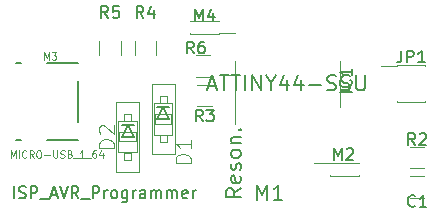
<source format=gbr>
G04 #@! TF.GenerationSoftware,KiCad,Pcbnew,(5.1.4-0-10_14)*
G04 #@! TF.CreationDate,2020-11-07T12:11:02-05:00*
G04 #@! TF.ProjectId,FabISP,46616249-5350-42e6-9b69-6361645f7063,rev?*
G04 #@! TF.SameCoordinates,Original*
G04 #@! TF.FileFunction,Legend,Top*
G04 #@! TF.FilePolarity,Positive*
%FSLAX46Y46*%
G04 Gerber Fmt 4.6, Leading zero omitted, Abs format (unit mm)*
G04 Created by KiCad (PCBNEW (5.1.4-0-10_14)) date 2020-11-07 12:11:02*
%MOMM*%
%LPD*%
G04 APERTURE LIST*
%ADD10C,0.150000*%
%ADD11C,0.203200*%
%ADD12C,0.101600*%
%ADD13C,0.050800*%
%ADD14C,0.066040*%
%ADD15C,0.120000*%
%ADD16C,0.127000*%
G04 APERTURE END LIST*
D10*
X126357142Y-104952380D02*
X126357142Y-103952380D01*
X126785714Y-104904761D02*
X126928571Y-104952380D01*
X127166666Y-104952380D01*
X127261904Y-104904761D01*
X127309523Y-104857142D01*
X127357142Y-104761904D01*
X127357142Y-104666666D01*
X127309523Y-104571428D01*
X127261904Y-104523809D01*
X127166666Y-104476190D01*
X126976190Y-104428571D01*
X126880952Y-104380952D01*
X126833333Y-104333333D01*
X126785714Y-104238095D01*
X126785714Y-104142857D01*
X126833333Y-104047619D01*
X126880952Y-104000000D01*
X126976190Y-103952380D01*
X127214285Y-103952380D01*
X127357142Y-104000000D01*
X127785714Y-104952380D02*
X127785714Y-103952380D01*
X128166666Y-103952380D01*
X128261904Y-104000000D01*
X128309523Y-104047619D01*
X128357142Y-104142857D01*
X128357142Y-104285714D01*
X128309523Y-104380952D01*
X128261904Y-104428571D01*
X128166666Y-104476190D01*
X127785714Y-104476190D01*
X128547619Y-105047619D02*
X129309523Y-105047619D01*
X129500000Y-104666666D02*
X129976190Y-104666666D01*
X129404761Y-104952380D02*
X129738095Y-103952380D01*
X130071428Y-104952380D01*
X130261904Y-103952380D02*
X130595238Y-104952380D01*
X130928571Y-103952380D01*
X131833333Y-104952380D02*
X131500000Y-104476190D01*
X131261904Y-104952380D02*
X131261904Y-103952380D01*
X131642857Y-103952380D01*
X131738095Y-104000000D01*
X131785714Y-104047619D01*
X131833333Y-104142857D01*
X131833333Y-104285714D01*
X131785714Y-104380952D01*
X131738095Y-104428571D01*
X131642857Y-104476190D01*
X131261904Y-104476190D01*
X132023809Y-105047619D02*
X132785714Y-105047619D01*
X133023809Y-104952380D02*
X133023809Y-103952380D01*
X133404761Y-103952380D01*
X133500000Y-104000000D01*
X133547619Y-104047619D01*
X133595238Y-104142857D01*
X133595238Y-104285714D01*
X133547619Y-104380952D01*
X133500000Y-104428571D01*
X133404761Y-104476190D01*
X133023809Y-104476190D01*
X134023809Y-104952380D02*
X134023809Y-104285714D01*
X134023809Y-104476190D02*
X134071428Y-104380952D01*
X134119047Y-104333333D01*
X134214285Y-104285714D01*
X134309523Y-104285714D01*
X134785714Y-104952380D02*
X134690476Y-104904761D01*
X134642857Y-104857142D01*
X134595238Y-104761904D01*
X134595238Y-104476190D01*
X134642857Y-104380952D01*
X134690476Y-104333333D01*
X134785714Y-104285714D01*
X134928571Y-104285714D01*
X135023809Y-104333333D01*
X135071428Y-104380952D01*
X135119047Y-104476190D01*
X135119047Y-104761904D01*
X135071428Y-104857142D01*
X135023809Y-104904761D01*
X134928571Y-104952380D01*
X134785714Y-104952380D01*
X135976190Y-104285714D02*
X135976190Y-105095238D01*
X135928571Y-105190476D01*
X135880952Y-105238095D01*
X135785714Y-105285714D01*
X135642857Y-105285714D01*
X135547619Y-105238095D01*
X135976190Y-104904761D02*
X135880952Y-104952380D01*
X135690476Y-104952380D01*
X135595238Y-104904761D01*
X135547619Y-104857142D01*
X135500000Y-104761904D01*
X135500000Y-104476190D01*
X135547619Y-104380952D01*
X135595238Y-104333333D01*
X135690476Y-104285714D01*
X135880952Y-104285714D01*
X135976190Y-104333333D01*
X136452380Y-104952380D02*
X136452380Y-104285714D01*
X136452380Y-104476190D02*
X136500000Y-104380952D01*
X136547619Y-104333333D01*
X136642857Y-104285714D01*
X136738095Y-104285714D01*
X137500000Y-104952380D02*
X137500000Y-104428571D01*
X137452380Y-104333333D01*
X137357142Y-104285714D01*
X137166666Y-104285714D01*
X137071428Y-104333333D01*
X137500000Y-104904761D02*
X137404761Y-104952380D01*
X137166666Y-104952380D01*
X137071428Y-104904761D01*
X137023809Y-104809523D01*
X137023809Y-104714285D01*
X137071428Y-104619047D01*
X137166666Y-104571428D01*
X137404761Y-104571428D01*
X137500000Y-104523809D01*
X137976190Y-104952380D02*
X137976190Y-104285714D01*
X137976190Y-104380952D02*
X138023809Y-104333333D01*
X138119047Y-104285714D01*
X138261904Y-104285714D01*
X138357142Y-104333333D01*
X138404761Y-104428571D01*
X138404761Y-104952380D01*
X138404761Y-104428571D02*
X138452380Y-104333333D01*
X138547619Y-104285714D01*
X138690476Y-104285714D01*
X138785714Y-104333333D01*
X138833333Y-104428571D01*
X138833333Y-104952380D01*
X139309523Y-104952380D02*
X139309523Y-104285714D01*
X139309523Y-104380952D02*
X139357142Y-104333333D01*
X139452380Y-104285714D01*
X139595238Y-104285714D01*
X139690476Y-104333333D01*
X139738095Y-104428571D01*
X139738095Y-104952380D01*
X139738095Y-104428571D02*
X139785714Y-104333333D01*
X139880952Y-104285714D01*
X140023809Y-104285714D01*
X140119047Y-104333333D01*
X140166666Y-104428571D01*
X140166666Y-104952380D01*
X141023809Y-104904761D02*
X140928571Y-104952380D01*
X140738095Y-104952380D01*
X140642857Y-104904761D01*
X140595238Y-104809523D01*
X140595238Y-104428571D01*
X140642857Y-104333333D01*
X140738095Y-104285714D01*
X140928571Y-104285714D01*
X141023809Y-104333333D01*
X141071428Y-104428571D01*
X141071428Y-104523809D01*
X140595238Y-104619047D01*
X141500000Y-104952380D02*
X141500000Y-104285714D01*
X141500000Y-104476190D02*
X141547619Y-104380952D01*
X141595238Y-104333333D01*
X141690476Y-104285714D01*
X141785714Y-104285714D01*
D11*
X136000000Y-98751780D02*
X135502160Y-98751780D01*
X136497840Y-98751780D02*
X136000000Y-98751780D01*
X135502160Y-99750000D02*
X136000000Y-98751780D01*
X136497840Y-99750000D02*
X135502160Y-99750000D01*
X136000000Y-98751780D02*
X136497840Y-99750000D01*
D12*
X135215140Y-101070800D02*
X136784860Y-101070800D01*
X135215140Y-98429200D02*
X136784860Y-98429200D01*
X135215140Y-98429200D02*
X135215140Y-101070800D01*
X136784860Y-98429200D02*
X136784860Y-101070800D01*
D13*
X136982980Y-102721800D02*
X135017020Y-102721800D01*
X135017020Y-96778200D02*
X136982980Y-96778200D01*
X135017020Y-102721800D02*
X135017020Y-96778200D01*
X136982980Y-96778200D02*
X136982980Y-102721800D01*
D14*
X135301500Y-99351220D02*
X136698500Y-99351220D01*
X136698500Y-99351220D02*
X136698500Y-100148780D01*
X135301500Y-100148780D02*
X136698500Y-100148780D01*
X135301500Y-99351220D02*
X135301500Y-100148780D01*
X135695200Y-101121600D02*
X136304800Y-101121600D01*
X136304800Y-101121600D02*
X136304800Y-101705800D01*
X135695200Y-101705800D02*
X136304800Y-101705800D01*
X135695200Y-101121600D02*
X135695200Y-101705800D01*
X135695200Y-97794200D02*
X136304800Y-97794200D01*
X136304800Y-97794200D02*
X136304800Y-98378400D01*
X135695200Y-98378400D02*
X136304800Y-98378400D01*
X135695200Y-97794200D02*
X135695200Y-98378400D01*
D11*
X139000000Y-97251780D02*
X138502160Y-97251780D01*
X139497840Y-97251780D02*
X139000000Y-97251780D01*
X138502160Y-98250000D02*
X139000000Y-97251780D01*
X139497840Y-98250000D02*
X138502160Y-98250000D01*
X139000000Y-97251780D02*
X139497840Y-98250000D01*
D12*
X138215140Y-99570800D02*
X139784860Y-99570800D01*
X138215140Y-96929200D02*
X139784860Y-96929200D01*
X138215140Y-96929200D02*
X138215140Y-99570800D01*
X139784860Y-96929200D02*
X139784860Y-99570800D01*
D13*
X139982980Y-101221800D02*
X138017020Y-101221800D01*
X138017020Y-95278200D02*
X139982980Y-95278200D01*
X138017020Y-101221800D02*
X138017020Y-95278200D01*
X139982980Y-95278200D02*
X139982980Y-101221800D01*
D14*
X138301500Y-97851220D02*
X139698500Y-97851220D01*
X139698500Y-97851220D02*
X139698500Y-98648780D01*
X138301500Y-98648780D02*
X139698500Y-98648780D01*
X138301500Y-97851220D02*
X138301500Y-98648780D01*
X138695200Y-99621600D02*
X139304800Y-99621600D01*
X139304800Y-99621600D02*
X139304800Y-100205800D01*
X138695200Y-100205800D02*
X139304800Y-100205800D01*
X138695200Y-99621600D02*
X138695200Y-100205800D01*
X138695200Y-96294200D02*
X139304800Y-96294200D01*
X139304800Y-96294200D02*
X139304800Y-96878400D01*
X138695200Y-96878400D02*
X139304800Y-96878400D01*
X138695200Y-96294200D02*
X138695200Y-96878400D01*
D15*
X153935000Y-95250000D02*
X153935000Y-93300000D01*
X153935000Y-95250000D02*
X153935000Y-97200000D01*
X145065000Y-95250000D02*
X145065000Y-93300000D01*
X145065000Y-95250000D02*
X145065000Y-98700000D01*
D16*
X131760341Y-93501340D02*
X129161921Y-93501340D01*
X131760341Y-99998660D02*
X129161921Y-99998660D01*
X131760341Y-95002480D02*
X131760341Y-98497520D01*
X126962281Y-93501340D02*
X126563501Y-93501340D01*
X126563501Y-99998660D02*
X126962281Y-99998660D01*
D15*
X161102064Y-104910000D02*
X159897936Y-104910000D01*
X161102064Y-103090000D02*
X159897936Y-103090000D01*
X158790000Y-93690000D02*
X161210000Y-93690000D01*
X158790000Y-96810000D02*
X161210000Y-96810000D01*
X157410000Y-93740000D02*
X158790000Y-93740000D01*
X158790000Y-93690000D02*
X158790000Y-93740000D01*
X161210000Y-93690000D02*
X161210000Y-93740000D01*
X158790000Y-96760000D02*
X158790000Y-96810000D01*
X161210000Y-96760000D02*
X161210000Y-96810000D01*
X153140000Y-101940000D02*
X155560000Y-101940000D01*
X153140000Y-103060000D02*
X155560000Y-103060000D01*
X151760000Y-101990000D02*
X153140000Y-101990000D01*
X153140000Y-101940000D02*
X153140000Y-101990000D01*
X155560000Y-101940000D02*
X155560000Y-101990000D01*
X153140000Y-103010000D02*
X153140000Y-103060000D01*
X155560000Y-103010000D02*
X155560000Y-103060000D01*
X161102064Y-102410000D02*
X159897936Y-102410000D01*
X161102064Y-100590000D02*
X159897936Y-100590000D01*
X141897936Y-95340000D02*
X143102064Y-95340000D01*
X141897936Y-97160000D02*
X143102064Y-97160000D01*
X135410000Y-91647936D02*
X135410000Y-92852064D01*
X133590000Y-91647936D02*
X133590000Y-92852064D01*
X138410000Y-92852064D02*
X138410000Y-91647936D01*
X136590000Y-92852064D02*
X136590000Y-91647936D01*
X141797936Y-94660000D02*
X143002064Y-94660000D01*
X141797936Y-92840000D02*
X143002064Y-92840000D01*
X143710000Y-91060000D02*
X141290000Y-91060000D01*
X143710000Y-89940000D02*
X141290000Y-89940000D01*
X145090000Y-91010000D02*
X143710000Y-91010000D01*
X143710000Y-91060000D02*
X143710000Y-91010000D01*
X141290000Y-91060000D02*
X141290000Y-91010000D01*
X143710000Y-89990000D02*
X143710000Y-89940000D01*
X141290000Y-89990000D02*
X141290000Y-89940000D01*
D12*
X134824523Y-100687380D02*
X133554523Y-100687380D01*
X133554523Y-100385000D01*
X133615000Y-100203571D01*
X133735952Y-100082619D01*
X133856904Y-100022142D01*
X134098809Y-99961666D01*
X134280238Y-99961666D01*
X134522142Y-100022142D01*
X134643095Y-100082619D01*
X134764047Y-100203571D01*
X134824523Y-100385000D01*
X134824523Y-100687380D01*
X133675476Y-99477857D02*
X133615000Y-99417380D01*
X133554523Y-99296428D01*
X133554523Y-98994047D01*
X133615000Y-98873095D01*
X133675476Y-98812619D01*
X133796428Y-98752142D01*
X133917380Y-98752142D01*
X134098809Y-98812619D01*
X134824523Y-99538333D01*
X134824523Y-98752142D01*
X141324523Y-101937380D02*
X140054523Y-101937380D01*
X140054523Y-101635000D01*
X140115000Y-101453571D01*
X140235952Y-101332619D01*
X140356904Y-101272142D01*
X140598809Y-101211666D01*
X140780238Y-101211666D01*
X141022142Y-101272142D01*
X141143095Y-101332619D01*
X141264047Y-101453571D01*
X141324523Y-101635000D01*
X141324523Y-101937380D01*
X141324523Y-100002142D02*
X141324523Y-100727857D01*
X141324523Y-100365000D02*
X140054523Y-100365000D01*
X140235952Y-100485952D01*
X140356904Y-100606904D01*
X140417380Y-100727857D01*
D10*
X154952380Y-95976190D02*
X153952380Y-95976190D01*
X154857142Y-94928571D02*
X154904761Y-94976190D01*
X154952380Y-95119047D01*
X154952380Y-95214285D01*
X154904761Y-95357142D01*
X154809523Y-95452380D01*
X154714285Y-95500000D01*
X154523809Y-95547619D01*
X154380952Y-95547619D01*
X154190476Y-95500000D01*
X154095238Y-95452380D01*
X154000000Y-95357142D01*
X153952380Y-95214285D01*
X153952380Y-95119047D01*
X154000000Y-94976190D01*
X154047619Y-94928571D01*
X154952380Y-93976190D02*
X154952380Y-94547619D01*
X154952380Y-94261904D02*
X153952380Y-94261904D01*
X154095238Y-94357142D01*
X154190476Y-94452380D01*
X154238095Y-94547619D01*
X142847619Y-95461666D02*
X143452380Y-95461666D01*
X142726666Y-95824523D02*
X143150000Y-94554523D01*
X143573333Y-95824523D01*
X143815238Y-94554523D02*
X144540952Y-94554523D01*
X144178095Y-95824523D02*
X144178095Y-94554523D01*
X144782857Y-94554523D02*
X145508571Y-94554523D01*
X145145714Y-95824523D02*
X145145714Y-94554523D01*
X145931904Y-95824523D02*
X145931904Y-94554523D01*
X146536666Y-95824523D02*
X146536666Y-94554523D01*
X147262380Y-95824523D01*
X147262380Y-94554523D01*
X148109047Y-95219761D02*
X148109047Y-95824523D01*
X147685714Y-94554523D02*
X148109047Y-95219761D01*
X148532380Y-94554523D01*
X149500000Y-94977857D02*
X149500000Y-95824523D01*
X149197619Y-94494047D02*
X148895238Y-95401190D01*
X149681428Y-95401190D01*
X150709523Y-94977857D02*
X150709523Y-95824523D01*
X150407142Y-94494047D02*
X150104761Y-95401190D01*
X150890952Y-95401190D01*
X151374761Y-95340714D02*
X152342380Y-95340714D01*
X152886666Y-95764047D02*
X153068095Y-95824523D01*
X153370476Y-95824523D01*
X153491428Y-95764047D01*
X153551904Y-95703571D01*
X153612380Y-95582619D01*
X153612380Y-95461666D01*
X153551904Y-95340714D01*
X153491428Y-95280238D01*
X153370476Y-95219761D01*
X153128571Y-95159285D01*
X153007619Y-95098809D01*
X152947142Y-95038333D01*
X152886666Y-94917380D01*
X152886666Y-94796428D01*
X152947142Y-94675476D01*
X153007619Y-94615000D01*
X153128571Y-94554523D01*
X153430952Y-94554523D01*
X153612380Y-94615000D01*
X154096190Y-95764047D02*
X154277619Y-95824523D01*
X154580000Y-95824523D01*
X154700952Y-95764047D01*
X154761428Y-95703571D01*
X154821904Y-95582619D01*
X154821904Y-95461666D01*
X154761428Y-95340714D01*
X154700952Y-95280238D01*
X154580000Y-95219761D01*
X154338095Y-95159285D01*
X154217142Y-95098809D01*
X154156666Y-95038333D01*
X154096190Y-94917380D01*
X154096190Y-94796428D01*
X154156666Y-94675476D01*
X154217142Y-94615000D01*
X154338095Y-94554523D01*
X154640476Y-94554523D01*
X154821904Y-94615000D01*
X155366190Y-94554523D02*
X155366190Y-95582619D01*
X155426666Y-95703571D01*
X155487142Y-95764047D01*
X155608095Y-95824523D01*
X155850000Y-95824523D01*
X155970952Y-95764047D01*
X156031428Y-95703571D01*
X156091904Y-95582619D01*
X156091904Y-94554523D01*
X146971904Y-105074523D02*
X146971904Y-103804523D01*
X147395238Y-104711666D01*
X147818571Y-103804523D01*
X147818571Y-105074523D01*
X149088571Y-105074523D02*
X148362857Y-105074523D01*
X148725714Y-105074523D02*
X148725714Y-103804523D01*
X148604761Y-103985952D01*
X148483809Y-104106904D01*
X148362857Y-104167380D01*
X145574523Y-104116666D02*
X144969761Y-104540000D01*
X145574523Y-104842380D02*
X144304523Y-104842380D01*
X144304523Y-104358571D01*
X144365000Y-104237619D01*
X144425476Y-104177142D01*
X144546428Y-104116666D01*
X144727857Y-104116666D01*
X144848809Y-104177142D01*
X144909285Y-104237619D01*
X144969761Y-104358571D01*
X144969761Y-104842380D01*
X145514047Y-103088571D02*
X145574523Y-103209523D01*
X145574523Y-103451428D01*
X145514047Y-103572380D01*
X145393095Y-103632857D01*
X144909285Y-103632857D01*
X144788333Y-103572380D01*
X144727857Y-103451428D01*
X144727857Y-103209523D01*
X144788333Y-103088571D01*
X144909285Y-103028095D01*
X145030238Y-103028095D01*
X145151190Y-103632857D01*
X145514047Y-102544285D02*
X145574523Y-102423333D01*
X145574523Y-102181428D01*
X145514047Y-102060476D01*
X145393095Y-102000000D01*
X145332619Y-102000000D01*
X145211666Y-102060476D01*
X145151190Y-102181428D01*
X145151190Y-102362857D01*
X145090714Y-102483809D01*
X144969761Y-102544285D01*
X144909285Y-102544285D01*
X144788333Y-102483809D01*
X144727857Y-102362857D01*
X144727857Y-102181428D01*
X144788333Y-102060476D01*
X145574523Y-101274285D02*
X145514047Y-101395238D01*
X145453571Y-101455714D01*
X145332619Y-101516190D01*
X144969761Y-101516190D01*
X144848809Y-101455714D01*
X144788333Y-101395238D01*
X144727857Y-101274285D01*
X144727857Y-101092857D01*
X144788333Y-100971904D01*
X144848809Y-100911428D01*
X144969761Y-100850952D01*
X145332619Y-100850952D01*
X145453571Y-100911428D01*
X145514047Y-100971904D01*
X145574523Y-101092857D01*
X145574523Y-101274285D01*
X144727857Y-100306666D02*
X145574523Y-100306666D01*
X144848809Y-100306666D02*
X144788333Y-100246190D01*
X144727857Y-100125238D01*
X144727857Y-99943809D01*
X144788333Y-99822857D01*
X144909285Y-99762380D01*
X145574523Y-99762380D01*
X145453571Y-99157619D02*
X145514047Y-99097142D01*
X145574523Y-99157619D01*
X145514047Y-99218095D01*
X145453571Y-99157619D01*
X145574523Y-99157619D01*
D13*
X128922435Y-93228471D02*
X128922435Y-92618871D01*
X129125635Y-93054300D01*
X129328835Y-92618871D01*
X129328835Y-93228471D01*
X129561063Y-92618871D02*
X129938435Y-92618871D01*
X129735235Y-92851100D01*
X129822321Y-92851100D01*
X129880378Y-92880128D01*
X129909406Y-92909157D01*
X129938435Y-92967214D01*
X129938435Y-93112357D01*
X129909406Y-93170414D01*
X129880378Y-93199442D01*
X129822321Y-93228471D01*
X129648149Y-93228471D01*
X129590092Y-93199442D01*
X129561063Y-93170414D01*
X126095657Y-101525771D02*
X126095657Y-100916171D01*
X126298857Y-101351600D01*
X126502057Y-100916171D01*
X126502057Y-101525771D01*
X126792342Y-101525771D02*
X126792342Y-100916171D01*
X127430971Y-101467714D02*
X127401942Y-101496742D01*
X127314857Y-101525771D01*
X127256800Y-101525771D01*
X127169714Y-101496742D01*
X127111657Y-101438685D01*
X127082628Y-101380628D01*
X127053600Y-101264514D01*
X127053600Y-101177428D01*
X127082628Y-101061314D01*
X127111657Y-101003257D01*
X127169714Y-100945200D01*
X127256800Y-100916171D01*
X127314857Y-100916171D01*
X127401942Y-100945200D01*
X127430971Y-100974228D01*
X128040571Y-101525771D02*
X127837371Y-101235485D01*
X127692228Y-101525771D02*
X127692228Y-100916171D01*
X127924457Y-100916171D01*
X127982514Y-100945200D01*
X128011542Y-100974228D01*
X128040571Y-101032285D01*
X128040571Y-101119371D01*
X128011542Y-101177428D01*
X127982514Y-101206457D01*
X127924457Y-101235485D01*
X127692228Y-101235485D01*
X128417942Y-100916171D02*
X128534057Y-100916171D01*
X128592114Y-100945200D01*
X128650171Y-101003257D01*
X128679200Y-101119371D01*
X128679200Y-101322571D01*
X128650171Y-101438685D01*
X128592114Y-101496742D01*
X128534057Y-101525771D01*
X128417942Y-101525771D01*
X128359885Y-101496742D01*
X128301828Y-101438685D01*
X128272800Y-101322571D01*
X128272800Y-101119371D01*
X128301828Y-101003257D01*
X128359885Y-100945200D01*
X128417942Y-100916171D01*
X128940457Y-101293542D02*
X129404914Y-101293542D01*
X129695200Y-100916171D02*
X129695200Y-101409657D01*
X129724228Y-101467714D01*
X129753257Y-101496742D01*
X129811314Y-101525771D01*
X129927428Y-101525771D01*
X129985485Y-101496742D01*
X130014514Y-101467714D01*
X130043542Y-101409657D01*
X130043542Y-100916171D01*
X130304800Y-101496742D02*
X130391885Y-101525771D01*
X130537028Y-101525771D01*
X130595085Y-101496742D01*
X130624114Y-101467714D01*
X130653142Y-101409657D01*
X130653142Y-101351600D01*
X130624114Y-101293542D01*
X130595085Y-101264514D01*
X130537028Y-101235485D01*
X130420914Y-101206457D01*
X130362857Y-101177428D01*
X130333828Y-101148400D01*
X130304800Y-101090342D01*
X130304800Y-101032285D01*
X130333828Y-100974228D01*
X130362857Y-100945200D01*
X130420914Y-100916171D01*
X130566057Y-100916171D01*
X130653142Y-100945200D01*
X131117600Y-101206457D02*
X131204685Y-101235485D01*
X131233714Y-101264514D01*
X131262742Y-101322571D01*
X131262742Y-101409657D01*
X131233714Y-101467714D01*
X131204685Y-101496742D01*
X131146628Y-101525771D01*
X130914400Y-101525771D01*
X130914400Y-100916171D01*
X131117600Y-100916171D01*
X131175657Y-100945200D01*
X131204685Y-100974228D01*
X131233714Y-101032285D01*
X131233714Y-101090342D01*
X131204685Y-101148400D01*
X131175657Y-101177428D01*
X131117600Y-101206457D01*
X130914400Y-101206457D01*
X131378857Y-101583828D02*
X131843314Y-101583828D01*
X132307771Y-101525771D02*
X131959428Y-101525771D01*
X132133600Y-101525771D02*
X132133600Y-100916171D01*
X132075542Y-101003257D01*
X132017485Y-101061314D01*
X131959428Y-101090342D01*
X132423885Y-101583828D02*
X132888342Y-101583828D01*
X133294742Y-100916171D02*
X133178628Y-100916171D01*
X133120571Y-100945200D01*
X133091542Y-100974228D01*
X133033485Y-101061314D01*
X133004457Y-101177428D01*
X133004457Y-101409657D01*
X133033485Y-101467714D01*
X133062514Y-101496742D01*
X133120571Y-101525771D01*
X133236685Y-101525771D01*
X133294742Y-101496742D01*
X133323771Y-101467714D01*
X133352800Y-101409657D01*
X133352800Y-101264514D01*
X133323771Y-101206457D01*
X133294742Y-101177428D01*
X133236685Y-101148400D01*
X133120571Y-101148400D01*
X133062514Y-101177428D01*
X133033485Y-101206457D01*
X133004457Y-101264514D01*
X133875314Y-101119371D02*
X133875314Y-101525771D01*
X133730171Y-100887142D02*
X133585028Y-101322571D01*
X133962400Y-101322571D01*
D10*
X160333333Y-105607142D02*
X160285714Y-105654761D01*
X160142857Y-105702380D01*
X160047619Y-105702380D01*
X159904761Y-105654761D01*
X159809523Y-105559523D01*
X159761904Y-105464285D01*
X159714285Y-105273809D01*
X159714285Y-105130952D01*
X159761904Y-104940476D01*
X159809523Y-104845238D01*
X159904761Y-104750000D01*
X160047619Y-104702380D01*
X160142857Y-104702380D01*
X160285714Y-104750000D01*
X160333333Y-104797619D01*
X161285714Y-105702380D02*
X160714285Y-105702380D01*
X161000000Y-105702380D02*
X161000000Y-104702380D01*
X160904761Y-104845238D01*
X160809523Y-104940476D01*
X160714285Y-104988095D01*
X159166666Y-92452380D02*
X159166666Y-93166666D01*
X159119047Y-93309523D01*
X159023809Y-93404761D01*
X158880952Y-93452380D01*
X158785714Y-93452380D01*
X159642857Y-93452380D02*
X159642857Y-92452380D01*
X160023809Y-92452380D01*
X160119047Y-92500000D01*
X160166666Y-92547619D01*
X160214285Y-92642857D01*
X160214285Y-92785714D01*
X160166666Y-92880952D01*
X160119047Y-92928571D01*
X160023809Y-92976190D01*
X159642857Y-92976190D01*
X161166666Y-93452380D02*
X160595238Y-93452380D01*
X160880952Y-93452380D02*
X160880952Y-92452380D01*
X160785714Y-92595238D01*
X160690476Y-92690476D01*
X160595238Y-92738095D01*
X153440476Y-101702380D02*
X153440476Y-100702380D01*
X153773809Y-101416666D01*
X154107142Y-100702380D01*
X154107142Y-101702380D01*
X154535714Y-100797619D02*
X154583333Y-100750000D01*
X154678571Y-100702380D01*
X154916666Y-100702380D01*
X155011904Y-100750000D01*
X155059523Y-100797619D01*
X155107142Y-100892857D01*
X155107142Y-100988095D01*
X155059523Y-101130952D01*
X154488095Y-101702380D01*
X155107142Y-101702380D01*
X160333333Y-100452380D02*
X160000000Y-99976190D01*
X159761904Y-100452380D02*
X159761904Y-99452380D01*
X160142857Y-99452380D01*
X160238095Y-99500000D01*
X160285714Y-99547619D01*
X160333333Y-99642857D01*
X160333333Y-99785714D01*
X160285714Y-99880952D01*
X160238095Y-99928571D01*
X160142857Y-99976190D01*
X159761904Y-99976190D01*
X160714285Y-99547619D02*
X160761904Y-99500000D01*
X160857142Y-99452380D01*
X161095238Y-99452380D01*
X161190476Y-99500000D01*
X161238095Y-99547619D01*
X161285714Y-99642857D01*
X161285714Y-99738095D01*
X161238095Y-99880952D01*
X160666666Y-100452380D01*
X161285714Y-100452380D01*
X142333333Y-98452380D02*
X142000000Y-97976190D01*
X141761904Y-98452380D02*
X141761904Y-97452380D01*
X142142857Y-97452380D01*
X142238095Y-97500000D01*
X142285714Y-97547619D01*
X142333333Y-97642857D01*
X142333333Y-97785714D01*
X142285714Y-97880952D01*
X142238095Y-97928571D01*
X142142857Y-97976190D01*
X141761904Y-97976190D01*
X142666666Y-97452380D02*
X143285714Y-97452380D01*
X142952380Y-97833333D01*
X143095238Y-97833333D01*
X143190476Y-97880952D01*
X143238095Y-97928571D01*
X143285714Y-98023809D01*
X143285714Y-98261904D01*
X143238095Y-98357142D01*
X143190476Y-98404761D01*
X143095238Y-98452380D01*
X142809523Y-98452380D01*
X142714285Y-98404761D01*
X142666666Y-98357142D01*
X137333333Y-89702380D02*
X137000000Y-89226190D01*
X136761904Y-89702380D02*
X136761904Y-88702380D01*
X137142857Y-88702380D01*
X137238095Y-88750000D01*
X137285714Y-88797619D01*
X137333333Y-88892857D01*
X137333333Y-89035714D01*
X137285714Y-89130952D01*
X137238095Y-89178571D01*
X137142857Y-89226190D01*
X136761904Y-89226190D01*
X138190476Y-89035714D02*
X138190476Y-89702380D01*
X137952380Y-88654761D02*
X137714285Y-89369047D01*
X138333333Y-89369047D01*
X134333333Y-89702380D02*
X134000000Y-89226190D01*
X133761904Y-89702380D02*
X133761904Y-88702380D01*
X134142857Y-88702380D01*
X134238095Y-88750000D01*
X134285714Y-88797619D01*
X134333333Y-88892857D01*
X134333333Y-89035714D01*
X134285714Y-89130952D01*
X134238095Y-89178571D01*
X134142857Y-89226190D01*
X133761904Y-89226190D01*
X135238095Y-88702380D02*
X134761904Y-88702380D01*
X134714285Y-89178571D01*
X134761904Y-89130952D01*
X134857142Y-89083333D01*
X135095238Y-89083333D01*
X135190476Y-89130952D01*
X135238095Y-89178571D01*
X135285714Y-89273809D01*
X135285714Y-89511904D01*
X135238095Y-89607142D01*
X135190476Y-89654761D01*
X135095238Y-89702380D01*
X134857142Y-89702380D01*
X134761904Y-89654761D01*
X134714285Y-89607142D01*
X141583333Y-92702380D02*
X141250000Y-92226190D01*
X141011904Y-92702380D02*
X141011904Y-91702380D01*
X141392857Y-91702380D01*
X141488095Y-91750000D01*
X141535714Y-91797619D01*
X141583333Y-91892857D01*
X141583333Y-92035714D01*
X141535714Y-92130952D01*
X141488095Y-92178571D01*
X141392857Y-92226190D01*
X141011904Y-92226190D01*
X142440476Y-91702380D02*
X142250000Y-91702380D01*
X142154761Y-91750000D01*
X142107142Y-91797619D01*
X142011904Y-91940476D01*
X141964285Y-92130952D01*
X141964285Y-92511904D01*
X142011904Y-92607142D01*
X142059523Y-92654761D01*
X142154761Y-92702380D01*
X142345238Y-92702380D01*
X142440476Y-92654761D01*
X142488095Y-92607142D01*
X142535714Y-92511904D01*
X142535714Y-92273809D01*
X142488095Y-92178571D01*
X142440476Y-92130952D01*
X142345238Y-92083333D01*
X142154761Y-92083333D01*
X142059523Y-92130952D01*
X142011904Y-92178571D01*
X141964285Y-92273809D01*
X141690476Y-89952380D02*
X141690476Y-88952380D01*
X142023809Y-89666666D01*
X142357142Y-88952380D01*
X142357142Y-89952380D01*
X143261904Y-89285714D02*
X143261904Y-89952380D01*
X143023809Y-88904761D02*
X142785714Y-89619047D01*
X143404761Y-89619047D01*
M02*

</source>
